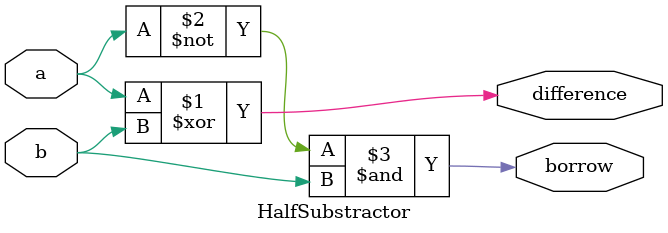
<source format=v>
module HalfSubstractor(a,b,difference,borrow);
input a,b;
output difference,borrow;
xor(difference,a,b);
assign borrow=(~a&b);
endmodule

</source>
